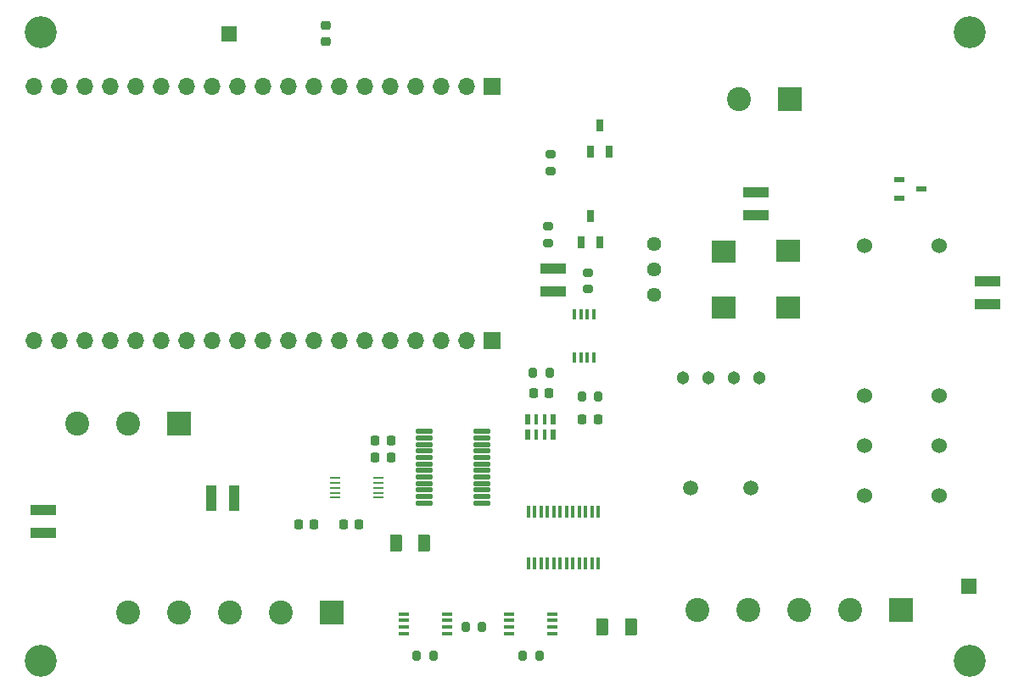
<source format=gbr>
%TF.GenerationSoftware,KiCad,Pcbnew,(6.0.9)*%
%TF.CreationDate,2022-12-07T15:22:28-05:00*%
%TF.ProjectId,Sensors,53656e73-6f72-4732-9e6b-696361645f70,rev?*%
%TF.SameCoordinates,Original*%
%TF.FileFunction,Soldermask,Top*%
%TF.FilePolarity,Negative*%
%FSLAX46Y46*%
G04 Gerber Fmt 4.6, Leading zero omitted, Abs format (unit mm)*
G04 Created by KiCad (PCBNEW (6.0.9)) date 2022-12-07 15:22:28*
%MOMM*%
%LPD*%
G01*
G04 APERTURE LIST*
G04 Aperture macros list*
%AMRoundRect*
0 Rectangle with rounded corners*
0 $1 Rounding radius*
0 $2 $3 $4 $5 $6 $7 $8 $9 X,Y pos of 4 corners*
0 Add a 4 corners polygon primitive as box body*
4,1,4,$2,$3,$4,$5,$6,$7,$8,$9,$2,$3,0*
0 Add four circle primitives for the rounded corners*
1,1,$1+$1,$2,$3*
1,1,$1+$1,$4,$5*
1,1,$1+$1,$6,$7*
1,1,$1+$1,$8,$9*
0 Add four rect primitives between the rounded corners*
20,1,$1+$1,$2,$3,$4,$5,0*
20,1,$1+$1,$4,$5,$6,$7,0*
20,1,$1+$1,$6,$7,$8,$9,0*
20,1,$1+$1,$8,$9,$2,$3,0*%
G04 Aperture macros list end*
%ADD10R,1.700000X1.700000*%
%ADD11O,1.700000X1.700000*%
%ADD12RoundRect,0.225000X-0.225000X-0.250000X0.225000X-0.250000X0.225000X0.250000X-0.225000X0.250000X0*%
%ADD13RoundRect,0.200000X-0.200000X-0.275000X0.200000X-0.275000X0.200000X0.275000X-0.200000X0.275000X0*%
%ADD14R,0.400000X1.100000*%
%ADD15RoundRect,0.218750X-0.256250X0.218750X-0.256250X-0.218750X0.256250X-0.218750X0.256250X0.218750X0*%
%ADD16R,2.590800X1.003300*%
%ADD17R,2.489200X2.260600*%
%ADD18C,3.200000*%
%ADD19R,1.500000X1.500000*%
%ADD20C,1.524000*%
%ADD21C,1.440000*%
%ADD22RoundRect,0.020500X0.764500X0.184500X-0.764500X0.184500X-0.764500X-0.184500X0.764500X-0.184500X0*%
%ADD23RoundRect,0.225000X0.225000X0.250000X-0.225000X0.250000X-0.225000X-0.250000X0.225000X-0.250000X0*%
%ADD24R,0.650000X1.220000*%
%ADD25RoundRect,0.200000X0.275000X-0.200000X0.275000X0.200000X-0.275000X0.200000X-0.275000X-0.200000X0*%
%ADD26RoundRect,0.250000X0.375000X0.625000X-0.375000X0.625000X-0.375000X-0.625000X0.375000X-0.625000X0*%
%ADD27C,1.303000*%
%ADD28C,1.500000*%
%ADD29R,2.400000X2.400000*%
%ADD30C,2.400000*%
%ADD31R,0.400000X1.200000*%
%ADD32RoundRect,0.250000X-0.375000X-0.625000X0.375000X-0.625000X0.375000X0.625000X-0.375000X0.625000X0*%
%ADD33R,1.100000X0.400000*%
%ADD34RoundRect,0.200000X-0.275000X0.200000X-0.275000X-0.200000X0.275000X-0.200000X0.275000X0.200000X0*%
%ADD35R,1.090000X0.610000*%
%ADD36R,0.590000X1.000000*%
%ADD37R,0.390000X1.000000*%
%ADD38R,1.100000X0.250000*%
%ADD39R,1.003300X2.590800*%
G04 APERTURE END LIST*
D10*
%TO.C,J2*%
X156962000Y-93965000D03*
D11*
X154422000Y-93965000D03*
X151882000Y-93965000D03*
X149342000Y-93965000D03*
X146802000Y-93965000D03*
X144262000Y-93965000D03*
X141722000Y-93965000D03*
X139182000Y-93965000D03*
X136642000Y-93965000D03*
X134102000Y-93965000D03*
X131562000Y-93965000D03*
X129022000Y-93965000D03*
X126482000Y-93965000D03*
X123942000Y-93965000D03*
X121402000Y-93965000D03*
X118862000Y-93965000D03*
X116322000Y-93965000D03*
X113782000Y-93965000D03*
X111242000Y-93965000D03*
%TD*%
D12*
%TO.C,C17*%
X165976000Y-101854000D03*
X167526000Y-101854000D03*
%TD*%
D13*
%TO.C,R13*%
X154343600Y-122555000D03*
X155993600Y-122555000D03*
%TD*%
D14*
%TO.C,U8*%
X165179000Y-95624400D03*
X165829000Y-95624400D03*
X166479000Y-95624400D03*
X167129000Y-95624400D03*
X167129000Y-91324400D03*
X166479000Y-91324400D03*
X165829000Y-91324400D03*
X165179000Y-91324400D03*
%TD*%
D15*
%TO.C,D1*%
X140411200Y-64084300D03*
X140411200Y-62509300D03*
%TD*%
D16*
%TO.C,L1*%
X112166400Y-113214150D03*
X112166400Y-110915450D03*
%TD*%
D12*
%TO.C,C20*%
X161099200Y-99187000D03*
X162649200Y-99187000D03*
%TD*%
D17*
%TO.C,C18*%
X180047800Y-90680400D03*
X180047800Y-85041600D03*
%TD*%
D18*
%TO.C,H1*%
X111899600Y-63146800D03*
%TD*%
%TO.C,H2*%
X111899600Y-125935600D03*
%TD*%
D19*
%TO.C,TP2*%
X204520800Y-118516400D03*
%TD*%
D20*
%TO.C,U4*%
X201620000Y-84440000D03*
X194120000Y-84440000D03*
X201620000Y-99440000D03*
X201620000Y-104440000D03*
X201620000Y-109440000D03*
X194120000Y-99440000D03*
X194120000Y-104440000D03*
X194120000Y-109440000D03*
%TD*%
D12*
%TO.C,C11*%
X142163400Y-112372000D03*
X143713400Y-112372000D03*
%TD*%
D16*
%TO.C,L5*%
X206375000Y-90354150D03*
X206375000Y-88055450D03*
%TD*%
%TO.C,L4*%
X183261000Y-81464150D03*
X183261000Y-79165450D03*
%TD*%
D21*
%TO.C,RV1*%
X173164400Y-84330400D03*
X173164400Y-86870400D03*
X173164400Y-89410400D03*
%TD*%
D22*
%TO.C,U2*%
X155918200Y-110201600D03*
X155918200Y-109551600D03*
X155918200Y-108901600D03*
X155918200Y-108251600D03*
X155918200Y-107601600D03*
X155918200Y-106951600D03*
X155918200Y-106301600D03*
X155918200Y-105651600D03*
X155918200Y-105001600D03*
X155918200Y-104351600D03*
X155918200Y-103701600D03*
X155918200Y-103051600D03*
X150178200Y-103051600D03*
X150178200Y-103701600D03*
X150178200Y-104351600D03*
X150178200Y-105001600D03*
X150178200Y-105651600D03*
X150178200Y-106301600D03*
X150178200Y-106951600D03*
X150178200Y-107601600D03*
X150178200Y-108251600D03*
X150178200Y-108901600D03*
X150178200Y-109551600D03*
X150178200Y-110201600D03*
%TD*%
D23*
%TO.C,C16*%
X145325800Y-103936800D03*
X146875800Y-103936800D03*
%TD*%
D16*
%TO.C,L3*%
X163068000Y-89084150D03*
X163068000Y-86785450D03*
%TD*%
D24*
%TO.C,Q1*%
X165864400Y-84167200D03*
X167764400Y-84167200D03*
X166814400Y-81547200D03*
%TD*%
D25*
%TO.C,R1*%
X162547200Y-84190200D03*
X162547200Y-82540200D03*
%TD*%
D26*
%TO.C,D5*%
X150193200Y-114223800D03*
X147393200Y-114223800D03*
%TD*%
D27*
%TO.C,U1*%
X183625400Y-97663400D03*
X181085400Y-97663400D03*
X178545400Y-97663400D03*
X176005400Y-97663400D03*
D28*
X182815400Y-108663400D03*
X176815400Y-108663400D03*
%TD*%
D10*
%TO.C,J1*%
X156962000Y-68605000D03*
D11*
X154422000Y-68605000D03*
X151882000Y-68605000D03*
X149342000Y-68605000D03*
X146802000Y-68605000D03*
X144262000Y-68605000D03*
X141722000Y-68605000D03*
X139182000Y-68605000D03*
X136642000Y-68605000D03*
X134102000Y-68605000D03*
X131562000Y-68605000D03*
X129022000Y-68605000D03*
X126482000Y-68605000D03*
X123942000Y-68605000D03*
X121402000Y-68605000D03*
X118862000Y-68605000D03*
X116322000Y-68605000D03*
X113782000Y-68605000D03*
X111242000Y-68605000D03*
%TD*%
D13*
%TO.C,R12*%
X160058600Y-125425200D03*
X161708600Y-125425200D03*
%TD*%
D29*
%TO.C,J5*%
X125730000Y-102297100D03*
D30*
X120650000Y-102297100D03*
X115570000Y-102297100D03*
%TD*%
D31*
%TO.C,RN1*%
X167576500Y-111065000D03*
X166941500Y-111065000D03*
X166306500Y-111065000D03*
X165671500Y-111065000D03*
X165036500Y-111065000D03*
X164401500Y-111065000D03*
X163766500Y-111065000D03*
X163131500Y-111065000D03*
X162496500Y-111065000D03*
X161861500Y-111065000D03*
X161226500Y-111065000D03*
X160591500Y-111065000D03*
X160591500Y-116265000D03*
X161226500Y-116265000D03*
X161861500Y-116265000D03*
X162496500Y-116265000D03*
X163131500Y-116265000D03*
X163766500Y-116265000D03*
X164401500Y-116265000D03*
X165036500Y-116265000D03*
X165671500Y-116265000D03*
X166306500Y-116265000D03*
X166941500Y-116265000D03*
X167576500Y-116265000D03*
%TD*%
D29*
%TO.C,J4*%
X140982600Y-121143900D03*
D30*
X135902600Y-121143900D03*
X130822600Y-121143900D03*
X125742600Y-121143900D03*
X120662600Y-121143900D03*
%TD*%
D13*
%TO.C,R14*%
X149441400Y-125501400D03*
X151091400Y-125501400D03*
%TD*%
D24*
%TO.C,Q2*%
X166766200Y-75071600D03*
X168666200Y-75071600D03*
X167716200Y-72451600D03*
%TD*%
D23*
%TO.C,C14*%
X139217600Y-112372000D03*
X137667600Y-112372000D03*
%TD*%
D29*
%TO.C,J3*%
X197751600Y-120906400D03*
D30*
X192671600Y-120906400D03*
X187591600Y-120906400D03*
X182511600Y-120906400D03*
X177431600Y-120906400D03*
%TD*%
D32*
%TO.C,F1*%
X168018000Y-122605800D03*
X170818000Y-122605800D03*
%TD*%
D17*
%TO.C,C19*%
X186499400Y-84990800D03*
X186499400Y-90629600D03*
%TD*%
D18*
%TO.C,H3*%
X204660400Y-125935600D03*
%TD*%
D33*
%TO.C,U6*%
X162969600Y-123223400D03*
X162969600Y-122573400D03*
X162969600Y-121923400D03*
X162969600Y-121273400D03*
X158669600Y-121273400D03*
X158669600Y-121923400D03*
X158669600Y-122573400D03*
X158669600Y-123223400D03*
%TD*%
D13*
%TO.C,R5*%
X165926000Y-99568000D03*
X167576000Y-99568000D03*
%TD*%
D34*
%TO.C,R2*%
X166497000Y-87186000D03*
X166497000Y-88836000D03*
%TD*%
D23*
%TO.C,C15*%
X146875800Y-105664000D03*
X145325800Y-105664000D03*
%TD*%
D33*
%TO.C,U7*%
X152467200Y-123225200D03*
X152467200Y-122575200D03*
X152467200Y-121925200D03*
X152467200Y-121275200D03*
X148167200Y-121275200D03*
X148167200Y-121925200D03*
X148167200Y-122575200D03*
X148167200Y-123225200D03*
%TD*%
D35*
%TO.C,D3*%
X199792000Y-78833600D03*
X197652000Y-77918600D03*
X197652000Y-79748600D03*
%TD*%
D19*
%TO.C,TP1*%
X130708400Y-63296800D03*
%TD*%
D36*
%TO.C,RN2*%
X163098000Y-101831000D03*
D37*
X162198000Y-101831000D03*
X161398000Y-101831000D03*
D36*
X160498000Y-101831000D03*
X160498000Y-103401000D03*
D37*
X161398000Y-103401000D03*
X162198000Y-103401000D03*
D36*
X163098000Y-103401000D03*
%TD*%
D25*
%TO.C,R3*%
X162814000Y-77025000D03*
X162814000Y-75375000D03*
%TD*%
D29*
%TO.C,J6*%
X186702600Y-69827000D03*
D30*
X181622600Y-69827000D03*
%TD*%
D38*
%TO.C,U3*%
X145596400Y-109663600D03*
X145596400Y-109163600D03*
X145596400Y-108663600D03*
X145596400Y-108163600D03*
X145596400Y-107663600D03*
X141296400Y-107663600D03*
X141296400Y-108163600D03*
X141296400Y-108663600D03*
X141296400Y-109163600D03*
X141296400Y-109663600D03*
%TD*%
D18*
%TO.C,H4*%
X204660400Y-63146800D03*
%TD*%
D39*
%TO.C,L2*%
X131203700Y-109677200D03*
X128905000Y-109677200D03*
%TD*%
D13*
%TO.C,R4*%
X161049200Y-97155000D03*
X162699200Y-97155000D03*
%TD*%
M02*

</source>
